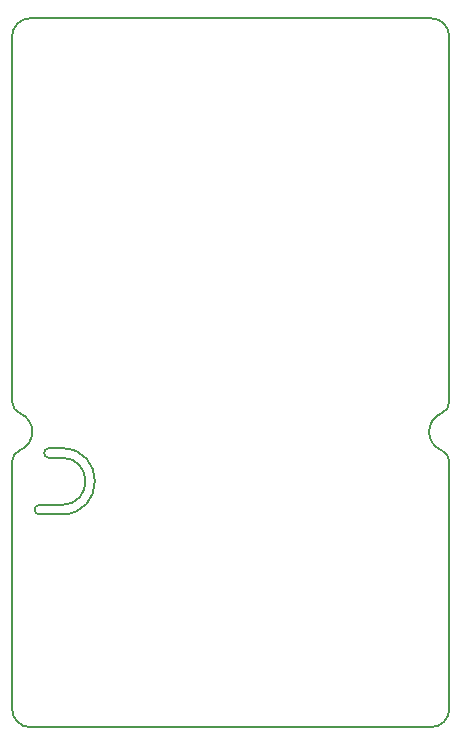
<source format=gko>
G04 #@! TF.GenerationSoftware,KiCad,Pcbnew,(5.1.5-0-10_14)*
G04 #@! TF.CreationDate,2020-01-03T19:11:33+02:00*
G04 #@! TF.ProjectId,oibus-mini-CCC,6f696275-732d-46d6-996e-692d4343432e,rev?*
G04 #@! TF.SameCoordinates,Original*
G04 #@! TF.FileFunction,Profile,NP*
%FSLAX46Y46*%
G04 Gerber Fmt 4.6, Leading zero omitted, Abs format (unit mm)*
G04 Created by KiCad (PCBNEW (5.1.5-0-10_14)) date 2020-01-03 19:11:33*
%MOMM*%
%LPD*%
G04 APERTURE LIST*
%ADD10C,0.150000*%
%ADD11C,0.200000*%
G04 APERTURE END LIST*
D10*
X2300000Y18000000D02*
G75*
G02X2300000Y18800000I0J400000D01*
G01*
X3100000Y22800000D02*
G75*
G02X3100000Y23600000I0J400000D01*
G01*
X4200000Y23600000D02*
G75*
G02X4200000Y18000000I0J-2800000D01*
G01*
X4200000Y22800000D02*
G75*
G02X4200000Y18800000I0J-2000000D01*
G01*
X2300000Y18000000D02*
X4200000Y18000000D01*
X4200000Y18800000D02*
X2300000Y18800000D01*
X3100000Y22800000D02*
X4200000Y22800000D01*
X4200000Y23600000D02*
X3100000Y23600000D01*
D11*
X1500000Y59992013D02*
X35500000Y59992013D01*
X0Y1492013D02*
X0Y22484025D01*
X37000000Y58492013D02*
X37000000Y27500000D01*
X35500000Y59992013D02*
G75*
G02X37000000Y58492013I0J-1500000D01*
G01*
X0Y58492013D02*
G75*
G02X1500000Y59992013I1500000J0D01*
G01*
X37000000Y22500000D02*
X37000000Y1492013D01*
X36370370Y23412909D02*
G75*
G02X37000000Y22484025I-370370J-928884D01*
G01*
X37000000Y1492013D02*
G75*
G02X35500000Y-7987I-1500000J0D01*
G01*
X629630Y26571116D02*
G75*
G02X0Y27500000I370370J928884D01*
G01*
X629629Y26571115D02*
G75*
G02X629630Y23412909I-629629J-1579103D01*
G01*
X35500000Y-7987D02*
X1500000Y-7987D01*
X0Y27500000D02*
X0Y58492013D01*
X0Y22484025D02*
G75*
G02X629630Y23412909I1000000J0D01*
G01*
X1500000Y-7987D02*
G75*
G02X0Y1492013I0J1500000D01*
G01*
X36370370Y23412908D02*
G75*
G02X36370370Y26571116I629630J1579104D01*
G01*
X37000000Y27500000D02*
G75*
G02X36370370Y26571116I-1000000J0D01*
G01*
M02*

</source>
